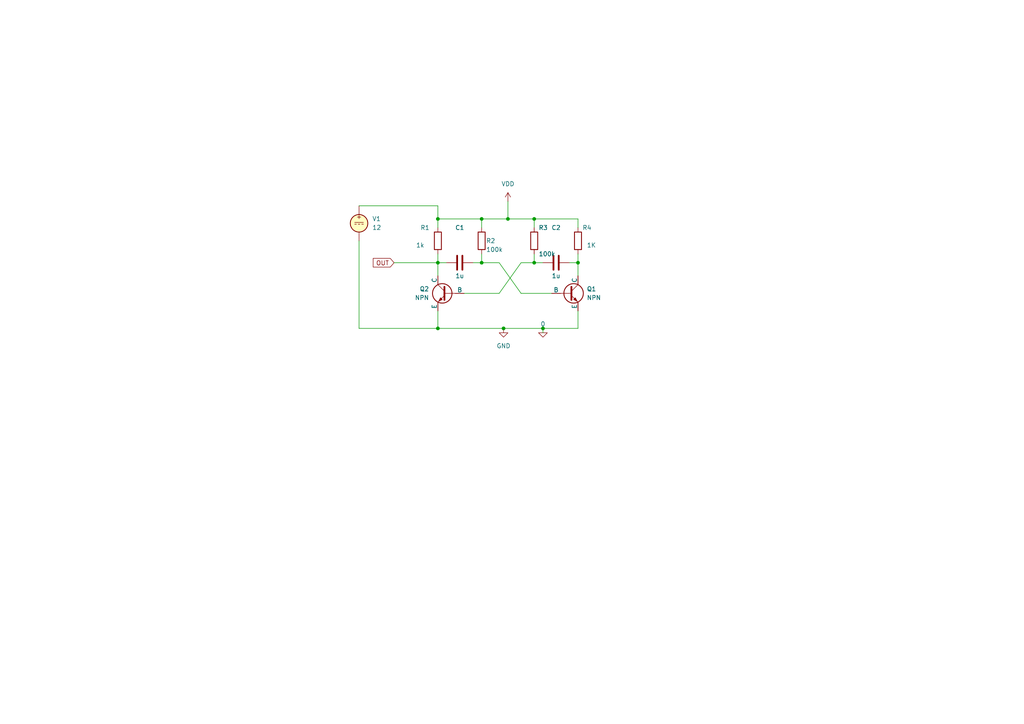
<source format=kicad_sch>
(kicad_sch (version 20230121) (generator eeschema)

  (uuid 1a997c50-e3fa-4b42-85bb-8a0439b84df2)

  (paper "A4")

  (lib_symbols
    (symbol "Device:C" (pin_numbers hide) (pin_names (offset 0.254)) (in_bom yes) (on_board yes)
      (property "Reference" "C" (at 0.635 2.54 0)
        (effects (font (size 1.27 1.27)) (justify left))
      )
      (property "Value" "C" (at 0.635 -2.54 0)
        (effects (font (size 1.27 1.27)) (justify left))
      )
      (property "Footprint" "" (at 0.9652 -3.81 0)
        (effects (font (size 1.27 1.27)) hide)
      )
      (property "Datasheet" "~" (at 0 0 0)
        (effects (font (size 1.27 1.27)) hide)
      )
      (property "ki_keywords" "cap capacitor" (at 0 0 0)
        (effects (font (size 1.27 1.27)) hide)
      )
      (property "ki_description" "Unpolarized capacitor" (at 0 0 0)
        (effects (font (size 1.27 1.27)) hide)
      )
      (property "ki_fp_filters" "C_*" (at 0 0 0)
        (effects (font (size 1.27 1.27)) hide)
      )
      (symbol "C_0_1"
        (polyline
          (pts
            (xy -2.032 -0.762)
            (xy 2.032 -0.762)
          )
          (stroke (width 0.508) (type default))
          (fill (type none))
        )
        (polyline
          (pts
            (xy -2.032 0.762)
            (xy 2.032 0.762)
          )
          (stroke (width 0.508) (type default))
          (fill (type none))
        )
      )
      (symbol "C_1_1"
        (pin passive line (at 0 3.81 270) (length 2.794)
          (name "~" (effects (font (size 1.27 1.27))))
          (number "1" (effects (font (size 1.27 1.27))))
        )
        (pin passive line (at 0 -3.81 90) (length 2.794)
          (name "~" (effects (font (size 1.27 1.27))))
          (number "2" (effects (font (size 1.27 1.27))))
        )
      )
    )
    (symbol "Device:R" (pin_numbers hide) (pin_names (offset 0)) (in_bom yes) (on_board yes)
      (property "Reference" "R" (at 2.032 0 90)
        (effects (font (size 1.27 1.27)))
      )
      (property "Value" "R" (at 0 0 90)
        (effects (font (size 1.27 1.27)))
      )
      (property "Footprint" "" (at -1.778 0 90)
        (effects (font (size 1.27 1.27)) hide)
      )
      (property "Datasheet" "~" (at 0 0 0)
        (effects (font (size 1.27 1.27)) hide)
      )
      (property "ki_keywords" "R res resistor" (at 0 0 0)
        (effects (font (size 1.27 1.27)) hide)
      )
      (property "ki_description" "Resistor" (at 0 0 0)
        (effects (font (size 1.27 1.27)) hide)
      )
      (property "ki_fp_filters" "R_*" (at 0 0 0)
        (effects (font (size 1.27 1.27)) hide)
      )
      (symbol "R_0_1"
        (rectangle (start -1.016 -2.54) (end 1.016 2.54)
          (stroke (width 0.254) (type default))
          (fill (type none))
        )
      )
      (symbol "R_1_1"
        (pin passive line (at 0 3.81 270) (length 1.27)
          (name "~" (effects (font (size 1.27 1.27))))
          (number "1" (effects (font (size 1.27 1.27))))
        )
        (pin passive line (at 0 -3.81 90) (length 1.27)
          (name "~" (effects (font (size 1.27 1.27))))
          (number "2" (effects (font (size 1.27 1.27))))
        )
      )
    )
    (symbol "Simulation_SPICE:0" (power) (pin_names (offset 0)) (in_bom yes) (on_board yes)
      (property "Reference" "#GND" (at 0 -2.54 0)
        (effects (font (size 1.27 1.27)) hide)
      )
      (property "Value" "0" (at 0 -1.778 0)
        (effects (font (size 1.27 1.27)))
      )
      (property "Footprint" "" (at 0 0 0)
        (effects (font (size 1.27 1.27)) hide)
      )
      (property "Datasheet" "~" (at 0 0 0)
        (effects (font (size 1.27 1.27)) hide)
      )
      (property "ki_keywords" "simulation" (at 0 0 0)
        (effects (font (size 1.27 1.27)) hide)
      )
      (property "ki_description" "0V reference potential for simulation" (at 0 0 0)
        (effects (font (size 1.27 1.27)) hide)
      )
      (symbol "0_0_1"
        (polyline
          (pts
            (xy -1.27 0)
            (xy 0 -1.27)
            (xy 1.27 0)
            (xy -1.27 0)
          )
          (stroke (width 0) (type default))
          (fill (type none))
        )
      )
      (symbol "0_1_1"
        (pin power_in line (at 0 0 0) (length 0) hide
          (name "0" (effects (font (size 1.016 1.016))))
          (number "1" (effects (font (size 1.016 1.016))))
        )
      )
    )
    (symbol "Simulation_SPICE:NPN" (pin_numbers hide) (pin_names (offset 0)) (in_bom yes) (on_board yes)
      (property "Reference" "Q" (at -2.54 7.62 0)
        (effects (font (size 1.27 1.27)))
      )
      (property "Value" "NPN" (at -2.54 5.08 0)
        (effects (font (size 1.27 1.27)))
      )
      (property "Footprint" "" (at 63.5 0 0)
        (effects (font (size 1.27 1.27)) hide)
      )
      (property "Datasheet" "~" (at 63.5 0 0)
        (effects (font (size 1.27 1.27)) hide)
      )
      (property "Sim.Device" "NPN" (at 0 0 0)
        (effects (font (size 1.27 1.27)) hide)
      )
      (property "Sim.Type" "GUMMELPOON" (at 0 0 0)
        (effects (font (size 1.27 1.27)) hide)
      )
      (property "Sim.Pins" "1=C 2=B 3=E" (at 0 0 0)
        (effects (font (size 1.27 1.27)) hide)
      )
      (property "ki_keywords" "simulation" (at 0 0 0)
        (effects (font (size 1.27 1.27)) hide)
      )
      (property "ki_description" "Bipolar transistor symbol for simulation only, substrate tied to the emitter" (at 0 0 0)
        (effects (font (size 1.27 1.27)) hide)
      )
      (symbol "NPN_0_1"
        (polyline
          (pts
            (xy -2.54 0)
            (xy 0.635 0)
          )
          (stroke (width 0.1524) (type default))
          (fill (type none))
        )
        (polyline
          (pts
            (xy 0.635 0.635)
            (xy 2.54 2.54)
          )
          (stroke (width 0) (type default))
          (fill (type none))
        )
        (polyline
          (pts
            (xy 2.794 -1.27)
            (xy 2.794 -1.27)
          )
          (stroke (width 0.1524) (type default))
          (fill (type none))
        )
        (polyline
          (pts
            (xy 2.794 -1.27)
            (xy 2.794 -1.27)
          )
          (stroke (width 0.1524) (type default))
          (fill (type none))
        )
        (polyline
          (pts
            (xy 0.635 -0.635)
            (xy 2.54 -2.54)
            (xy 2.54 -2.54)
          )
          (stroke (width 0) (type default))
          (fill (type none))
        )
        (polyline
          (pts
            (xy 0.635 1.905)
            (xy 0.635 -1.905)
            (xy 0.635 -1.905)
          )
          (stroke (width 0.508) (type default))
          (fill (type none))
        )
        (polyline
          (pts
            (xy 1.27 -1.778)
            (xy 1.778 -1.27)
            (xy 2.286 -2.286)
            (xy 1.27 -1.778)
            (xy 1.27 -1.778)
          )
          (stroke (width 0) (type default))
          (fill (type outline))
        )
        (circle (center 1.27 0) (radius 2.8194)
          (stroke (width 0.254) (type default))
          (fill (type none))
        )
      )
      (symbol "NPN_1_1"
        (pin open_collector line (at 2.54 5.08 270) (length 2.54)
          (name "C" (effects (font (size 1.27 1.27))))
          (number "1" (effects (font (size 1.27 1.27))))
        )
        (pin input line (at -5.08 0 0) (length 2.54)
          (name "B" (effects (font (size 1.27 1.27))))
          (number "2" (effects (font (size 1.27 1.27))))
        )
        (pin open_emitter line (at 2.54 -5.08 90) (length 2.54)
          (name "E" (effects (font (size 1.27 1.27))))
          (number "3" (effects (font (size 1.27 1.27))))
        )
      )
    )
    (symbol "Simulation_SPICE:VDC" (pin_numbers hide) (pin_names (offset 0.0254)) (in_bom yes) (on_board yes)
      (property "Reference" "V" (at 2.54 2.54 0)
        (effects (font (size 1.27 1.27)) (justify left))
      )
      (property "Value" "1" (at 2.54 0 0)
        (effects (font (size 1.27 1.27)) (justify left))
      )
      (property "Footprint" "" (at 0 0 0)
        (effects (font (size 1.27 1.27)) hide)
      )
      (property "Datasheet" "~" (at 0 0 0)
        (effects (font (size 1.27 1.27)) hide)
      )
      (property "Sim.Pins" "1=+ 2=-" (at 0 0 0)
        (effects (font (size 1.27 1.27)) hide)
      )
      (property "Sim.Type" "DC" (at 0 0 0)
        (effects (font (size 1.27 1.27)) hide)
      )
      (property "Sim.Device" "V" (at 0 0 0)
        (effects (font (size 1.27 1.27)) (justify left) hide)
      )
      (property "ki_keywords" "simulation" (at 0 0 0)
        (effects (font (size 1.27 1.27)) hide)
      )
      (property "ki_description" "Voltage source, DC" (at 0 0 0)
        (effects (font (size 1.27 1.27)) hide)
      )
      (symbol "VDC_0_0"
        (polyline
          (pts
            (xy -1.27 0.254)
            (xy 1.27 0.254)
          )
          (stroke (width 0) (type default))
          (fill (type none))
        )
        (polyline
          (pts
            (xy -0.762 -0.254)
            (xy -1.27 -0.254)
          )
          (stroke (width 0) (type default))
          (fill (type none))
        )
        (polyline
          (pts
            (xy 0.254 -0.254)
            (xy -0.254 -0.254)
          )
          (stroke (width 0) (type default))
          (fill (type none))
        )
        (polyline
          (pts
            (xy 1.27 -0.254)
            (xy 0.762 -0.254)
          )
          (stroke (width 0) (type default))
          (fill (type none))
        )
        (text "+" (at 0 1.905 0)
          (effects (font (size 1.27 1.27)))
        )
      )
      (symbol "VDC_0_1"
        (circle (center 0 0) (radius 2.54)
          (stroke (width 0.254) (type default))
          (fill (type background))
        )
      )
      (symbol "VDC_1_1"
        (pin passive line (at 0 5.08 270) (length 2.54)
          (name "~" (effects (font (size 1.27 1.27))))
          (number "1" (effects (font (size 1.27 1.27))))
        )
        (pin passive line (at 0 -5.08 90) (length 2.54)
          (name "~" (effects (font (size 1.27 1.27))))
          (number "2" (effects (font (size 1.27 1.27))))
        )
      )
    )
    (symbol "power:GND" (power) (pin_names (offset 0)) (in_bom yes) (on_board yes)
      (property "Reference" "#PWR" (at 0 -6.35 0)
        (effects (font (size 1.27 1.27)) hide)
      )
      (property "Value" "GND" (at 0 -3.81 0)
        (effects (font (size 1.27 1.27)))
      )
      (property "Footprint" "" (at 0 0 0)
        (effects (font (size 1.27 1.27)) hide)
      )
      (property "Datasheet" "" (at 0 0 0)
        (effects (font (size 1.27 1.27)) hide)
      )
      (property "ki_keywords" "global power" (at 0 0 0)
        (effects (font (size 1.27 1.27)) hide)
      )
      (property "ki_description" "Power symbol creates a global label with name \"GND\" , ground" (at 0 0 0)
        (effects (font (size 1.27 1.27)) hide)
      )
      (symbol "GND_0_1"
        (polyline
          (pts
            (xy 0 0)
            (xy 0 -1.27)
            (xy 1.27 -1.27)
            (xy 0 -2.54)
            (xy -1.27 -1.27)
            (xy 0 -1.27)
          )
          (stroke (width 0) (type default))
          (fill (type none))
        )
      )
      (symbol "GND_1_1"
        (pin power_in line (at 0 0 270) (length 0) hide
          (name "GND" (effects (font (size 1.27 1.27))))
          (number "1" (effects (font (size 1.27 1.27))))
        )
      )
    )
    (symbol "power:VDD" (power) (pin_names (offset 0)) (in_bom yes) (on_board yes)
      (property "Reference" "#PWR" (at 0 -3.81 0)
        (effects (font (size 1.27 1.27)) hide)
      )
      (property "Value" "VDD" (at 0 3.81 0)
        (effects (font (size 1.27 1.27)))
      )
      (property "Footprint" "" (at 0 0 0)
        (effects (font (size 1.27 1.27)) hide)
      )
      (property "Datasheet" "" (at 0 0 0)
        (effects (font (size 1.27 1.27)) hide)
      )
      (property "ki_keywords" "global power" (at 0 0 0)
        (effects (font (size 1.27 1.27)) hide)
      )
      (property "ki_description" "Power symbol creates a global label with name \"VDD\"" (at 0 0 0)
        (effects (font (size 1.27 1.27)) hide)
      )
      (symbol "VDD_0_1"
        (polyline
          (pts
            (xy -0.762 1.27)
            (xy 0 2.54)
          )
          (stroke (width 0) (type default))
          (fill (type none))
        )
        (polyline
          (pts
            (xy 0 0)
            (xy 0 2.54)
          )
          (stroke (width 0) (type default))
          (fill (type none))
        )
        (polyline
          (pts
            (xy 0 2.54)
            (xy 0.762 1.27)
          )
          (stroke (width 0) (type default))
          (fill (type none))
        )
      )
      (symbol "VDD_1_1"
        (pin power_in line (at 0 0 90) (length 0) hide
          (name "VDD" (effects (font (size 1.27 1.27))))
          (number "1" (effects (font (size 1.27 1.27))))
        )
      )
    )
  )

  (junction (at 154.94 63.5) (diameter 0) (color 0 0 0 0)
    (uuid 095c1c00-1122-4086-9359-489a1beb7ffc)
  )
  (junction (at 127 63.5) (diameter 0) (color 0 0 0 0)
    (uuid 1ff5ed86-8bd7-4a60-adc3-8dce51b0408b)
  )
  (junction (at 157.48 95.25) (diameter 0) (color 0 0 0 0)
    (uuid 3adf4199-9275-4540-bdb0-2d12b910e200)
  )
  (junction (at 139.7 76.2) (diameter 0) (color 0 0 0 0)
    (uuid 6c72df04-72ae-4685-8b3f-3c7de29ee499)
  )
  (junction (at 146.05 95.25) (diameter 0) (color 0 0 0 0)
    (uuid 79f10bad-ae7b-4bd8-99d6-b651c1c65889)
  )
  (junction (at 139.7 63.5) (diameter 0) (color 0 0 0 0)
    (uuid 7ec1f011-3f2f-4a6e-ae68-ac37915858bd)
  )
  (junction (at 147.32 63.5) (diameter 0) (color 0 0 0 0)
    (uuid 9880f77f-db7f-409b-b482-f7c7b7bb12c2)
  )
  (junction (at 127 95.25) (diameter 0) (color 0 0 0 0)
    (uuid beedc21e-cccc-4646-8998-6b667b690141)
  )
  (junction (at 127 76.2) (diameter 0) (color 0 0 0 0)
    (uuid c4eb05c6-7158-415c-b945-f52bffcc642b)
  )
  (junction (at 167.64 76.2) (diameter 0) (color 0 0 0 0)
    (uuid c6188045-a2c4-482a-b32a-a01bf805b57d)
  )
  (junction (at 154.94 76.2) (diameter 0) (color 0 0 0 0)
    (uuid fd773c09-3835-4b17-8b97-4a75ed64befb)
  )

  (wire (pts (xy 114.3 76.2) (xy 127 76.2))
    (stroke (width 0) (type default))
    (uuid 0dbe5773-81ba-42a8-a232-6b9b87ffd0b9)
  )
  (wire (pts (xy 139.7 73.66) (xy 139.7 76.2))
    (stroke (width 0) (type default))
    (uuid 10f7638d-fb4e-442c-824b-bba412cfd4d4)
  )
  (wire (pts (xy 127 90.17) (xy 127 95.25))
    (stroke (width 0) (type default))
    (uuid 121e788a-b96e-47f3-b40a-7a76a34c25a5)
  )
  (wire (pts (xy 139.7 63.5) (xy 139.7 66.04))
    (stroke (width 0) (type default))
    (uuid 22541068-9d3a-4982-a466-75e3a7394c43)
  )
  (wire (pts (xy 104.14 69.85) (xy 104.14 95.25))
    (stroke (width 0) (type default))
    (uuid 2caedaba-69bb-4247-a77b-43fcc919f3ec)
  )
  (wire (pts (xy 127 76.2) (xy 127 80.01))
    (stroke (width 0) (type default))
    (uuid 2d91a501-18ad-4c19-bd38-2e9c4930b2e8)
  )
  (wire (pts (xy 127 95.25) (xy 146.05 95.25))
    (stroke (width 0) (type default))
    (uuid 2fa51802-d494-41c2-a18b-1db961aa9df4)
  )
  (wire (pts (xy 147.32 63.5) (xy 154.94 63.5))
    (stroke (width 0) (type default))
    (uuid 3445383b-fe7b-4a6f-aee1-667c52b6e8d8)
  )
  (wire (pts (xy 104.14 59.69) (xy 127 59.69))
    (stroke (width 0) (type default))
    (uuid 3573b2c4-d418-4884-a6f5-4590a6a5e4f0)
  )
  (wire (pts (xy 157.48 95.25) (xy 157.48 96.52))
    (stroke (width 0) (type default))
    (uuid 3632b37f-d105-4972-9293-ece5fb8c50e0)
  )
  (wire (pts (xy 167.64 63.5) (xy 167.64 66.04))
    (stroke (width 0) (type default))
    (uuid 45236b60-2934-4ef3-bf0a-32308ab63690)
  )
  (wire (pts (xy 127 59.69) (xy 127 63.5))
    (stroke (width 0) (type default))
    (uuid 468b9df0-3b2a-4050-a209-30a5d770419f)
  )
  (wire (pts (xy 127 73.66) (xy 127 76.2))
    (stroke (width 0) (type default))
    (uuid 4a1278dc-8505-40cf-bc8b-59bb022bcee8)
  )
  (wire (pts (xy 154.94 73.66) (xy 154.94 76.2))
    (stroke (width 0) (type default))
    (uuid 5e83cc4d-58f0-4459-a7bc-0c15321b17a7)
  )
  (wire (pts (xy 137.16 76.2) (xy 139.7 76.2))
    (stroke (width 0) (type default))
    (uuid 66cfd506-dff0-4e6b-b512-de6d1ff7186d)
  )
  (wire (pts (xy 154.94 76.2) (xy 157.48 76.2))
    (stroke (width 0) (type default))
    (uuid 6d71fbd5-be70-4356-bb85-1002d6e62916)
  )
  (wire (pts (xy 127 63.5) (xy 139.7 63.5))
    (stroke (width 0) (type default))
    (uuid 704ed20c-c43a-4976-b3f4-eb7dd7bb56e8)
  )
  (wire (pts (xy 104.14 95.25) (xy 127 95.25))
    (stroke (width 0) (type default))
    (uuid 7dd8c0c8-cf1f-4cba-a6e7-53a9573818af)
  )
  (wire (pts (xy 165.1 76.2) (xy 167.64 76.2))
    (stroke (width 0) (type default))
    (uuid 82e8cc4c-7533-4809-b74e-f975e920b447)
  )
  (wire (pts (xy 146.05 95.25) (xy 157.48 95.25))
    (stroke (width 0) (type default))
    (uuid 83effd52-9f4a-4fed-8b47-80b7782c194e)
  )
  (wire (pts (xy 154.94 63.5) (xy 154.94 66.04))
    (stroke (width 0) (type default))
    (uuid 8c35677d-85d6-4f58-8f08-0da8a8299d6f)
  )
  (wire (pts (xy 139.7 63.5) (xy 147.32 63.5))
    (stroke (width 0) (type default))
    (uuid 8cbb917c-7f8b-4d5b-bb87-cc883065bd89)
  )
  (wire (pts (xy 127 66.04) (xy 127 63.5))
    (stroke (width 0) (type default))
    (uuid 8d30f83b-9dcd-4d81-a1e3-d82f9a68a5ce)
  )
  (wire (pts (xy 167.64 73.66) (xy 167.64 76.2))
    (stroke (width 0) (type default))
    (uuid a25a78ec-ef57-4247-bdb9-5f2d6eef652b)
  )
  (wire (pts (xy 127 76.2) (xy 129.54 76.2))
    (stroke (width 0) (type default))
    (uuid b425b388-3a4d-4247-8649-09e50c6d3510)
  )
  (wire (pts (xy 167.64 76.2) (xy 167.64 80.01))
    (stroke (width 0) (type default))
    (uuid b8320162-0a58-4980-8047-b65e85f2e169)
  )
  (wire (pts (xy 139.7 76.2) (xy 144.78 76.2))
    (stroke (width 0) (type default))
    (uuid bcbc0f96-0597-4eb1-8027-d71f6149db2e)
  )
  (wire (pts (xy 167.64 90.17) (xy 167.64 95.25))
    (stroke (width 0) (type default))
    (uuid c2c4391a-8b8f-4f9a-8d86-552b56435231)
  )
  (wire (pts (xy 151.13 76.2) (xy 154.94 76.2))
    (stroke (width 0) (type default))
    (uuid c9a4ae0b-d12d-4424-8113-b35d6c77e6e7)
  )
  (wire (pts (xy 147.32 58.42) (xy 147.32 63.5))
    (stroke (width 0) (type default))
    (uuid cdb2e090-02cd-4f57-a0c5-21ff4c9c5664)
  )
  (wire (pts (xy 134.62 85.09) (xy 144.78 85.09))
    (stroke (width 0) (type default))
    (uuid da53f44c-77a4-4bd9-b5f6-30e563ac2355)
  )
  (wire (pts (xy 144.78 76.2) (xy 151.13 85.09))
    (stroke (width 0) (type default))
    (uuid f635f8b5-cd0c-4b51-aef8-ee7d1ba7114b)
  )
  (wire (pts (xy 157.48 95.25) (xy 167.64 95.25))
    (stroke (width 0) (type default))
    (uuid f636a8a5-5376-41d0-a52c-b91f0059243c)
  )
  (wire (pts (xy 151.13 85.09) (xy 160.02 85.09))
    (stroke (width 0) (type default))
    (uuid f72b0433-1b31-46b8-8b3f-45919de36ac6)
  )
  (wire (pts (xy 154.94 63.5) (xy 167.64 63.5))
    (stroke (width 0) (type default))
    (uuid fd53e06d-f77a-4da7-bd8f-335fbbb5af9e)
  )
  (wire (pts (xy 151.13 76.2) (xy 144.78 85.09))
    (stroke (width 0) (type default))
    (uuid ff5cdeb6-efee-46f9-bf84-d20769f76a3a)
  )

  (global_label "OUT" (shape input) (at 114.3 76.2 180) (fields_autoplaced)
    (effects (font (size 1.27 1.27)) (justify right))
    (uuid 5e97b022-7fc2-4b29-8f3b-d44969411549)
    (property "Intersheetrefs" "${INTERSHEET_REFS}" (at 107.7656 76.2 0)
      (effects (font (size 1.27 1.27)) (justify right) hide)
    )
  )

  (symbol (lib_id "Simulation_SPICE:NPN") (at 165.1 85.09 0) (unit 1)
    (in_bom yes) (on_board yes) (dnp no) (fields_autoplaced)
    (uuid 33e1bf59-1cf0-41c8-9c89-365f3bb3ff18)
    (property "Reference" "Q1" (at 170.18 83.82 0)
      (effects (font (size 1.27 1.27)) (justify left))
    )
    (property "Value" "NPN" (at 170.18 86.36 0)
      (effects (font (size 1.27 1.27)) (justify left))
    )
    (property "Footprint" "" (at 228.6 85.09 0)
      (effects (font (size 1.27 1.27)) hide)
    )
    (property "Datasheet" "~" (at 228.6 85.09 0)
      (effects (font (size 1.27 1.27)) hide)
    )
    (property "Sim.Device" "NPN" (at 165.1 85.09 0)
      (effects (font (size 1.27 1.27)) hide)
    )
    (property "Sim.Type" "GUMMELPOON" (at 165.1 85.09 0)
      (effects (font (size 1.27 1.27)) hide)
    )
    (property "Sim.Pins" "1=C 2=B 3=E" (at 165.1 85.09 0)
      (effects (font (size 1.27 1.27)) hide)
    )
    (pin "1" (uuid 6554348b-c2ac-4c13-a990-62c0302e7fd1))
    (pin "2" (uuid 6355217f-2a8e-4b7a-8c60-61ffad8cf8e6))
    (pin "3" (uuid 1d215727-eed8-42de-8d18-d473ff0d2c08))
    (instances
      (project "simosc"
        (path "/1a997c50-e3fa-4b42-85bb-8a0439b84df2"
          (reference "Q1") (unit 1)
        )
      )
    )
  )

  (symbol (lib_id "power:GND") (at 146.05 95.25 0) (unit 1)
    (in_bom yes) (on_board yes) (dnp no) (fields_autoplaced)
    (uuid 37193837-6062-4c33-8f74-52865ced6beb)
    (property "Reference" "#PWR01" (at 146.05 101.6 0)
      (effects (font (size 1.27 1.27)) hide)
    )
    (property "Value" "GND" (at 146.05 100.33 0)
      (effects (font (size 1.27 1.27)))
    )
    (property "Footprint" "" (at 146.05 95.25 0)
      (effects (font (size 1.27 1.27)) hide)
    )
    (property "Datasheet" "" (at 146.05 95.25 0)
      (effects (font (size 1.27 1.27)) hide)
    )
    (pin "1" (uuid 01e01cf2-c974-4a39-8662-4098da56ffb2))
    (instances
      (project "simosc"
        (path "/1a997c50-e3fa-4b42-85bb-8a0439b84df2"
          (reference "#PWR01") (unit 1)
        )
      )
      (project "ttl2npn_35"
        (path "/1de70f4d-d1ac-4a83-8c20-12a9744a7f55"
          (reference "#PWR01") (unit 1)
        )
      )
    )
  )

  (symbol (lib_id "Simulation_SPICE:NPN") (at 129.54 85.09 0) (mirror y) (unit 1)
    (in_bom yes) (on_board yes) (dnp no) (fields_autoplaced)
    (uuid 4a3a34f8-9dc5-4925-96ae-8c7b212d028b)
    (property "Reference" "Q2" (at 124.46 83.82 0)
      (effects (font (size 1.27 1.27)) (justify left))
    )
    (property "Value" "NPN" (at 124.46 86.36 0)
      (effects (font (size 1.27 1.27)) (justify left))
    )
    (property "Footprint" "" (at 66.04 85.09 0)
      (effects (font (size 1.27 1.27)) hide)
    )
    (property "Datasheet" "~" (at 66.04 85.09 0)
      (effects (font (size 1.27 1.27)) hide)
    )
    (property "Sim.Device" "NPN" (at 129.54 85.09 0)
      (effects (font (size 1.27 1.27)) hide)
    )
    (property "Sim.Type" "GUMMELPOON" (at 129.54 85.09 0)
      (effects (font (size 1.27 1.27)) hide)
    )
    (property "Sim.Pins" "1=C 2=B 3=E" (at 129.54 85.09 0)
      (effects (font (size 1.27 1.27)) hide)
    )
    (pin "1" (uuid e55eb799-3954-47e8-8613-22f491d2cd46))
    (pin "2" (uuid 8d590963-8eac-4e98-ace7-0ed02965b23c))
    (pin "3" (uuid 4bd1223c-85db-4c4e-bc7b-af2b5b543b81))
    (instances
      (project "simosc"
        (path "/1a997c50-e3fa-4b42-85bb-8a0439b84df2"
          (reference "Q2") (unit 1)
        )
      )
    )
  )

  (symbol (lib_id "Device:C") (at 161.29 76.2 90) (unit 1)
    (in_bom yes) (on_board yes) (dnp no)
    (uuid 5cd70c65-2f96-48c5-aa9a-b889dbb32df6)
    (property "Reference" "C2" (at 161.29 66.04 90)
      (effects (font (size 1.27 1.27)))
    )
    (property "Value" "1u" (at 161.29 80.01 90)
      (effects (font (size 1.27 1.27)))
    )
    (property "Footprint" "Capacitor_SMD:C_0805_2012Metric" (at 165.1 75.2348 0)
      (effects (font (size 1.27 1.27)) hide)
    )
    (property "Datasheet" "~" (at 161.29 76.2 0)
      (effects (font (size 1.27 1.27)) hide)
    )
    (pin "1" (uuid 0366bcad-43a9-440b-900e-781a4305827b))
    (pin "2" (uuid d61dd9ed-d43c-4f92-a93f-bbea55dfc78a))
    (instances
      (project "simosc"
        (path "/1a997c50-e3fa-4b42-85bb-8a0439b84df2"
          (reference "C2") (unit 1)
        )
      )
      (project "ttl2npn_35"
        (path "/1de70f4d-d1ac-4a83-8c20-12a9744a7f55"
          (reference "C4") (unit 1)
        )
      )
    )
  )

  (symbol (lib_id "Device:R") (at 167.64 69.85 0) (unit 1)
    (in_bom yes) (on_board yes) (dnp no)
    (uuid 7051a8bb-61c4-431f-995b-729fe349eb3c)
    (property "Reference" "R4" (at 168.91 66.04 0)
      (effects (font (size 1.27 1.27)) (justify left))
    )
    (property "Value" "1K" (at 170.18 71.12 0)
      (effects (font (size 1.27 1.27)) (justify left))
    )
    (property "Footprint" "Resistor_SMD:R_0603_1608Metric" (at 165.862 69.85 90)
      (effects (font (size 1.27 1.27)) hide)
    )
    (property "Datasheet" "~" (at 167.64 69.85 0)
      (effects (font (size 1.27 1.27)) hide)
    )
    (pin "1" (uuid 2b8e082d-a5c6-4ce7-b403-69755cf93385))
    (pin "2" (uuid bd4c35fe-2dd2-4d4d-80d4-409f53ed64e6))
    (instances
      (project "simosc"
        (path "/1a997c50-e3fa-4b42-85bb-8a0439b84df2"
          (reference "R4") (unit 1)
        )
      )
      (project "ttl2npn_35"
        (path "/1de70f4d-d1ac-4a83-8c20-12a9744a7f55"
          (reference "R11") (unit 1)
        )
      )
    )
  )

  (symbol (lib_id "Device:C") (at 133.35 76.2 90) (unit 1)
    (in_bom yes) (on_board yes) (dnp no)
    (uuid 751ee1a8-cc4d-4d75-9d28-a36ebc86e087)
    (property "Reference" "C1" (at 133.35 66.04 90)
      (effects (font (size 1.27 1.27)))
    )
    (property "Value" "1u" (at 133.35 80.01 90)
      (effects (font (size 1.27 1.27)))
    )
    (property "Footprint" "Capacitor_SMD:C_0805_2012Metric" (at 137.16 75.2348 0)
      (effects (font (size 1.27 1.27)) hide)
    )
    (property "Datasheet" "~" (at 133.35 76.2 0)
      (effects (font (size 1.27 1.27)) hide)
    )
    (pin "1" (uuid c35c5b7a-f53b-4a36-bae1-c549f39935d1))
    (pin "2" (uuid de544d61-1e61-4fb9-b8a0-6abfd7b61ddd))
    (instances
      (project "simosc"
        (path "/1a997c50-e3fa-4b42-85bb-8a0439b84df2"
          (reference "C1") (unit 1)
        )
      )
      (project "ttl2npn_35"
        (path "/1de70f4d-d1ac-4a83-8c20-12a9744a7f55"
          (reference "C3") (unit 1)
        )
      )
    )
  )

  (symbol (lib_id "Simulation_SPICE:VDC") (at 104.14 64.77 0) (unit 1)
    (in_bom yes) (on_board yes) (dnp no) (fields_autoplaced)
    (uuid 93dbd1f4-edda-48f0-a1bc-4f07e5baa022)
    (property "Reference" "V1" (at 107.95 63.4642 0)
      (effects (font (size 1.27 1.27)) (justify left))
    )
    (property "Value" "12" (at 107.95 66.0042 0)
      (effects (font (size 1.27 1.27)) (justify left))
    )
    (property "Footprint" "" (at 104.14 64.77 0)
      (effects (font (size 1.27 1.27)) hide)
    )
    (property "Datasheet" "~" (at 104.14 64.77 0)
      (effects (font (size 1.27 1.27)) hide)
    )
    (property "Sim.Pins" "1=+ 2=-" (at 104.14 64.77 0)
      (effects (font (size 1.27 1.27)) hide)
    )
    (property "Sim.Type" "DC" (at 104.14 64.77 0)
      (effects (font (size 1.27 1.27)) hide)
    )
    (property "Sim.Device" "V" (at 104.14 64.77 0)
      (effects (font (size 1.27 1.27)) (justify left) hide)
    )
    (pin "1" (uuid d4842fd3-f065-4be5-8f32-ffcf613f0d70))
    (pin "2" (uuid df73a3b7-7ea5-428c-a130-b0a42eee00be))
    (instances
      (project "simosc"
        (path "/1a997c50-e3fa-4b42-85bb-8a0439b84df2"
          (reference "V1") (unit 1)
        )
      )
    )
  )

  (symbol (lib_id "Device:R") (at 139.7 69.85 0) (unit 1)
    (in_bom yes) (on_board yes) (dnp no)
    (uuid b38f1ad6-cd72-45c6-9c52-bb181e9296b7)
    (property "Reference" "R2" (at 140.97 69.85 0)
      (effects (font (size 1.27 1.27)) (justify left))
    )
    (property "Value" "100k" (at 140.97 72.39 0)
      (effects (font (size 1.27 1.27)) (justify left))
    )
    (property "Footprint" "Resistor_SMD:R_0603_1608Metric" (at 137.922 69.85 90)
      (effects (font (size 1.27 1.27)) hide)
    )
    (property "Datasheet" "~" (at 139.7 69.85 0)
      (effects (font (size 1.27 1.27)) hide)
    )
    (pin "1" (uuid d38ee874-3b35-45d8-b950-ceaf9d6ff118))
    (pin "2" (uuid dd9fb298-4193-43c4-a8bb-4f8c6826ab1b))
    (instances
      (project "simosc"
        (path "/1a997c50-e3fa-4b42-85bb-8a0439b84df2"
          (reference "R2") (unit 1)
        )
      )
      (project "ttl2npn_35"
        (path "/1de70f4d-d1ac-4a83-8c20-12a9744a7f55"
          (reference "R13") (unit 1)
        )
      )
    )
  )

  (symbol (lib_id "Device:R") (at 127 69.85 0) (unit 1)
    (in_bom yes) (on_board yes) (dnp no)
    (uuid cd18e802-5928-48f1-b59d-296ca59108e8)
    (property "Reference" "R1" (at 121.92 66.04 0)
      (effects (font (size 1.27 1.27)) (justify left))
    )
    (property "Value" "1k" (at 120.65 71.12 0)
      (effects (font (size 1.27 1.27)) (justify left))
    )
    (property "Footprint" "Capacitor_SMD:C_0603_1608Metric" (at 125.222 69.85 90)
      (effects (font (size 1.27 1.27)) hide)
    )
    (property "Datasheet" "~" (at 127 69.85 0)
      (effects (font (size 1.27 1.27)) hide)
    )
    (pin "1" (uuid 8b3173f7-c56f-4e30-99d2-25853bc643c2))
    (pin "2" (uuid 933ab5be-d952-4c0e-bab8-be7a4f802990))
    (instances
      (project "simosc"
        (path "/1a997c50-e3fa-4b42-85bb-8a0439b84df2"
          (reference "R1") (unit 1)
        )
      )
      (project "ttl2npn_35"
        (path "/1de70f4d-d1ac-4a83-8c20-12a9744a7f55"
          (reference "R12") (unit 1)
        )
      )
    )
  )

  (symbol (lib_id "power:VDD") (at 147.32 58.42 0) (unit 1)
    (in_bom yes) (on_board yes) (dnp no) (fields_autoplaced)
    (uuid e0552199-e078-477f-aeeb-ecd1c12c59fa)
    (property "Reference" "#PWR02" (at 147.32 62.23 0)
      (effects (font (size 1.27 1.27)) hide)
    )
    (property "Value" "VDD" (at 147.32 53.34 0)
      (effects (font (size 1.27 1.27)))
    )
    (property "Footprint" "" (at 147.32 58.42 0)
      (effects (font (size 1.27 1.27)) hide)
    )
    (property "Datasheet" "" (at 147.32 58.42 0)
      (effects (font (size 1.27 1.27)) hide)
    )
    (pin "1" (uuid 99f6b4cc-4248-41a7-a50a-2676a14a1e88))
    (instances
      (project "simosc"
        (path "/1a997c50-e3fa-4b42-85bb-8a0439b84df2"
          (reference "#PWR02") (unit 1)
        )
      )
      (project "ttl2npn_35"
        (path "/1de70f4d-d1ac-4a83-8c20-12a9744a7f55"
          (reference "#PWR013") (unit 1)
        )
      )
    )
  )

  (symbol (lib_id "Simulation_SPICE:0") (at 157.48 96.52 0) (unit 1)
    (in_bom yes) (on_board yes) (dnp no) (fields_autoplaced)
    (uuid e4c1ba3c-c138-4a6a-a5e5-83896f396272)
    (property "Reference" "#GND01" (at 157.48 99.06 0)
      (effects (font (size 1.27 1.27)) hide)
    )
    (property "Value" "0" (at 157.48 93.98 0)
      (effects (font (size 1.27 1.27)))
    )
    (property "Footprint" "" (at 157.48 96.52 0)
      (effects (font (size 1.27 1.27)) hide)
    )
    (property "Datasheet" "~" (at 157.48 96.52 0)
      (effects (font (size 1.27 1.27)) hide)
    )
    (pin "1" (uuid f02161fb-580d-4c38-bebe-5f255f47117b))
    (instances
      (project "simosc"
        (path "/1a997c50-e3fa-4b42-85bb-8a0439b84df2"
          (reference "#GND01") (unit 1)
        )
      )
    )
  )

  (symbol (lib_id "Device:R") (at 154.94 69.85 0) (unit 1)
    (in_bom yes) (on_board yes) (dnp no)
    (uuid e87f7102-1966-4e7c-aff1-50e9f9b42b38)
    (property "Reference" "R3" (at 156.21 66.04 0)
      (effects (font (size 1.27 1.27)) (justify left))
    )
    (property "Value" "100k" (at 156.21 73.66 0)
      (effects (font (size 1.27 1.27)) (justify left))
    )
    (property "Footprint" "Capacitor_SMD:C_0603_1608Metric" (at 153.162 69.85 90)
      (effects (font (size 1.27 1.27)) hide)
    )
    (property "Datasheet" "~" (at 154.94 69.85 0)
      (effects (font (size 1.27 1.27)) hide)
    )
    (pin "1" (uuid 8562d69e-a8d9-4761-8537-796582e6b2bf))
    (pin "2" (uuid 9222b304-2a57-4068-b32f-479910536a16))
    (instances
      (project "simosc"
        (path "/1a997c50-e3fa-4b42-85bb-8a0439b84df2"
          (reference "R3") (unit 1)
        )
      )
      (project "ttl2npn_35"
        (path "/1de70f4d-d1ac-4a83-8c20-12a9744a7f55"
          (reference "R14") (unit 1)
        )
      )
    )
  )

  (sheet_instances
    (path "/" (page "1"))
  )
)

</source>
